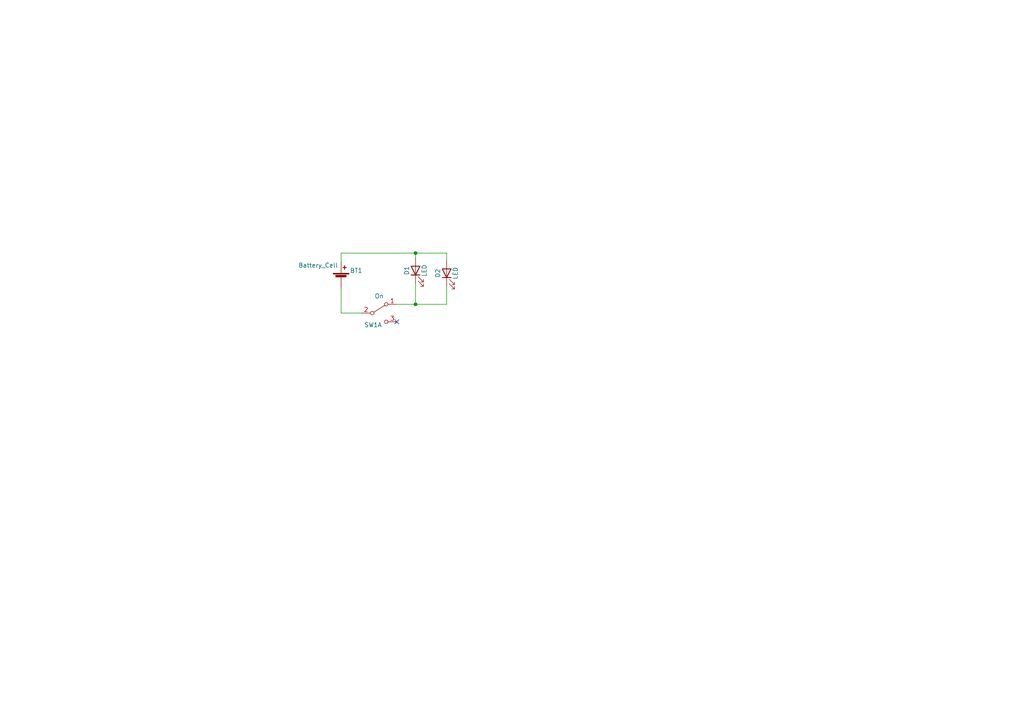
<source format=kicad_sch>
(kicad_sch (version 20230121) (generator eeschema)
  (paper "A4")
  (title_block (title "AjoloteBoard") (date "2019-10-15") (rev "0.3") (company "Electronic Cats") (comment 1 "Andres Sabas") (comment 2 "Eduardo Contreras"))
  (lib_symbols
    (symbol "Device:Battery_Cell" (pin_numbers hide) (pin_names (offset 0) hide)
      (property "Reference" "BT1" (at 2.54 2.54 0))
      (property "Value" "Battery_Cell" (at -12.446 4.064 0))
      (symbol "Battery_Cell_0_1"
        (rectangle (start -2.286 1.778) (end 2.286 1.524) (fill (type outline)))
        (rectangle (start -1.5748 1.1938) (end 1.4732 0.6858) (fill (type outline)))
        (polyline (pts (xy 0 0.762) (xy 0 0)))
        (polyline (pts (xy 0 1.778) (xy 0 2.54)))
        (polyline (pts (xy 0.508 3.429) (xy 1.524 3.429)) (stroke (width 0.254)))
        (polyline (pts (xy 1.016 3.937) (xy 1.016 2.921)) (stroke (width 0.254)))
      )
      (symbol "Battery_Cell_1_1"
        (pin passive line (at 0 -2.54 90) (length 2.54) (name "-") (number "1"))
        (pin passive line (at 0 5.08 270) (length 2.54) (name "+") (number "2"))
      )
    )
    (symbol "Device:LED" (pin_numbers hide) (pin_names (offset 1.016) hide)
      (property "Reference" "D" (at 0 2.54 0))
      (property "Value" "LED" (at 0 -2.54 0))
      (symbol "LED_0_1"
        (polyline (pts (xy -1.27 -1.27) (xy -1.27 1.27)) (stroke (width 0.254)))
        (polyline (pts (xy -1.27 0) (xy 1.27 0)))
        (polyline (pts (xy 1.27 -1.27) (xy 1.27 1.27) (xy -1.27 0) (xy 1.27 -1.27)) (stroke (width 0.254)))
        (polyline (pts (xy -3.048 -0.762) (xy -4.572 -2.286) (xy -3.81 -2.286) (xy -4.572 -2.286) (xy -4.572 -1.524)))
        (polyline (pts (xy -1.778 -0.762) (xy -3.302 -2.286) (xy -2.54 -2.286) (xy -3.302 -2.286) (xy -3.302 -1.524)))
      )
      (symbol "LED_1_1"
        (pin passive line (at -3.81 0 0) (length 2.54) (name "K") (number "1"))
        (pin passive line (at 3.81 0 180) (length 2.54) (name "A") (number "2"))
      )
    )
    (symbol "Switch:SW_DPDT_x2" (pin_names (offset 0) hide)
      (property "Reference" "SW" (at 0 4.318 0))
      (property "Value" "SW_DPDT_x2" (at 0 -5.08 0))
      (symbol "SW_DPDT_x2_0_0"
        (circle (center -2.032 0) (radius 0.508))
        (circle (center 2.032 -2.54) (radius 0.508))
      )
      (symbol "SW_DPDT_x2_0_1"
        (polyline (pts (xy -1.524 0.254) (xy 1.651 2.286)))
        (circle (center 2.032 2.54) (radius 0.508))
      )
      (symbol "SW_DPDT_x2_1_1"
        (pin passive line (at 5.08 2.54 180) (length 2.54) (name "A") (number "1"))
        (pin passive line (at -5.08 0 0) (length 2.54) (name "B") (number "2"))
        (pin passive line (at 5.08 -2.54 180) (length 2.54) (name "C") (number "3"))
      )
      (symbol "SW_DPDT_x2_2_1"
        (pin passive line (at 5.08 2.54 180) (length 2.54) (name "A") (number "4"))
        (pin passive line (at -5.08 0 0) (length 2.54) (name "B") (number "5"))
        (pin passive line (at 5.08 -2.54 180) (length 2.54) (name "C") (number "6"))
      )
    )
  )
  (junction (at 120.523 73.406))
  (junction (at 120.523 88.265))
  (no_connect (at 115.062 93.345))
  (wire (pts (xy 120.523 88.265) (xy 129.54 88.265)))
  (wire (pts (xy 115.062 88.265) (xy 120.523 88.265)))
  (wire (pts (xy 129.54 88.265) (xy 129.54 83.058)))
  (wire (pts (xy 120.523 74.676) (xy 120.523 73.406)))
  (wire (pts (xy 120.523 88.265) (xy 120.523 82.296)))
  (wire (pts (xy 129.54 73.406) (xy 129.54 75.438)))
  (wire (pts (xy 98.933 75.946) (xy 98.933 73.406)))
  (wire (pts (xy 98.933 90.805) (xy 104.902 90.805)))
  (wire (pts (xy 98.933 73.406) (xy 120.523 73.406)))
  (wire (pts (xy 120.523 73.406) (xy 129.54 73.406)))
  (wire (pts (xy 98.933 83.566) (xy 98.933 90.805)))
  (symbol (lib_id "Device:LED") (at 120.523 78.486 90) (unit 1)
    (property "Reference" "D1" (at 117.983 78.486 0))
    (property "Value" "LED" (at 123.063 78.486 0))
    (property "Footprint" "LED_THT:LED_D5.0mm_Clear" (effects hide))
    (property "Datasheet" "https://articulo.mercadolibre.com.mx/MLM-849097961-100-led-rgb-camaleon-5mm-parpadeo-rapido-_JM#position=5&search_layout=stack&type=item&tracking_id=6f6aec30-ba55-4563-a3d2-df7b4841300a" (effects hide))
    (property "manf#" "Generic LED" (effects hide))
  )
  (symbol (lib_id "Device:LED") (at 129.54 79.248 90) (unit 1)
    (property "Reference" "D2" (at 127 79.248 0))
    (property "Value" "LED" (at 132.08 79.248 0))
    (property "Footprint" "LED_THT:LED_D5.0mm_Clear" (effects hide))
    (property "Datasheet" "https://articulo.mercadolibre.com.mx/MLM-849097961-100-led-rgb-camaleon-5mm-parpadeo-rapido-_JM#position=5&search_layout=stack&type=item&tracking_id=6f6aec30-ba55-4563-a3d2-df7b4841300a" (effects hide))
    (property "manf#" "Generic LED" (effects hide))
  )
  (symbol (lib_id "Device:Battery_Cell") (at 98.933 81.026 0) (unit 1)
    (property "Reference" "BT1" (at 101.473 78.486 0) (effects (justify left)))
    (property "Value" "Battery_Cell" (at 86.487 76.962 0) (effects (justify left)))
    (property "Footprint" "Batteries:BAT-HLD-001" (effects hide))
    (property "manf#" "BAT-HLD-001" (effects hide))
  )
  (symbol (lib_id "Switch:SW_DPDT_x2") (at 109.982 90.805 0) (unit 1)
    (property "Reference" "SW1" (at 108.204 94.234 0))
    (property "Value" "On" (at 109.982 85.8774 0))
    (property "Footprint" "footprints:JS102011SAQN" (effects hide))
    (property "manf#" "JS102011SAQN" (effects hide))
  )
)
</source>
